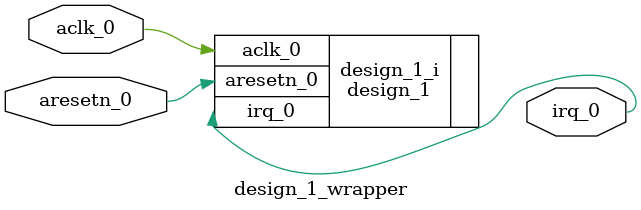
<source format=v>
`timescale 1 ps / 1 ps

module design_1_wrapper
   (aclk_0,
    aresetn_0,
    irq_0);
  input aclk_0;
  input aresetn_0;
  output irq_0;

  wire aclk_0;
  wire aresetn_0;
  wire irq_0;

  design_1 design_1_i
       (.aclk_0(aclk_0),
        .aresetn_0(aresetn_0),
        .irq_0(irq_0));
endmodule

</source>
